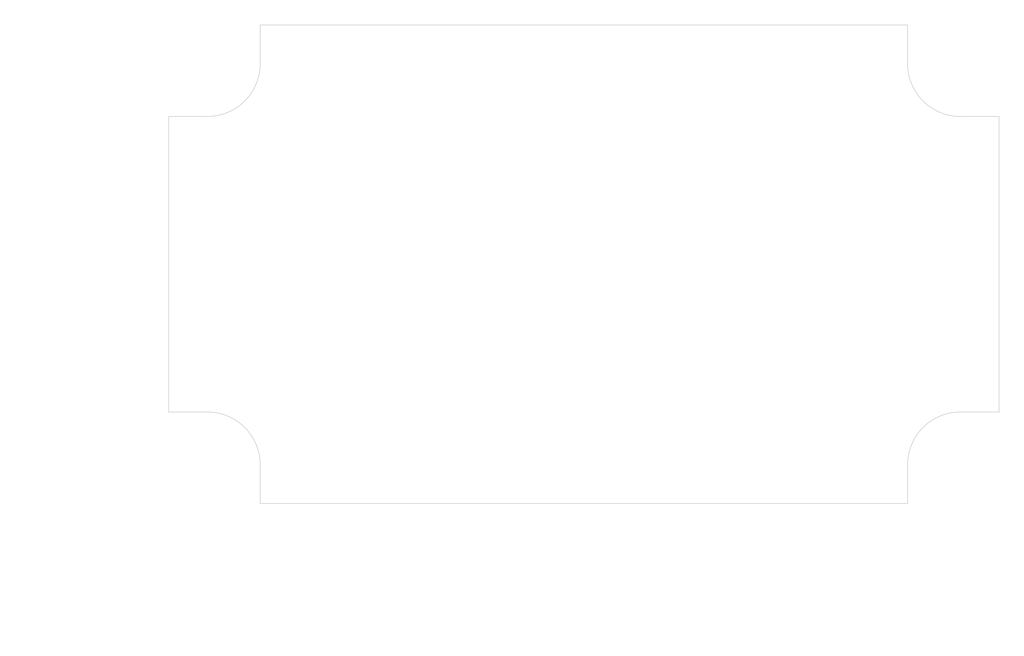
<source format=kicad_pcb>
(kicad_pcb (version 4) (host pcbnew 4.0.7-e2-6376~61~ubuntu18.04.1)

  (general
    (links 0)
    (no_connects 0)
    (area 72.026666 57.449999 217.550001 151.210001)
    (thickness 1.6)
    (drawings 48)
    (tracks 0)
    (zones 0)
    (modules 0)
    (nets 1)
  )

  (page A4)
  (layers
    (0 F.Cu signal)
    (1 In1.Cu signal)
    (2 In2.Cu signal)
    (31 B.Cu signal)
    (33 F.Adhes user)
    (35 F.Paste user)
    (37 F.SilkS user)
    (39 F.Mask user)
    (40 Dwgs.User user)
    (41 Cmts.User user)
    (42 Eco1.User user)
    (43 Eco2.User user)
    (44 Edge.Cuts user)
    (45 Margin user)
    (47 F.CrtYd user)
    (49 F.Fab user)
  )

  (setup
    (last_trace_width 0.25)
    (trace_clearance 0.2)
    (zone_clearance 0.508)
    (zone_45_only yes)
    (trace_min 0.2)
    (segment_width 0.2)
    (edge_width 0.1)
    (via_size 0.6)
    (via_drill 0.4)
    (via_min_size 0.4)
    (via_min_drill 0.3)
    (uvia_size 0.3)
    (uvia_drill 0.1)
    (uvias_allowed no)
    (uvia_min_size 0.2)
    (uvia_min_drill 0.1)
    (pcb_text_width 0.3)
    (pcb_text_size 1.5 1.5)
    (mod_edge_width 0.15)
    (mod_text_size 1 1)
    (mod_text_width 0.15)
    (pad_size 1.524 1.524)
    (pad_drill 0.762)
    (pad_to_mask_clearance 0.2)
    (aux_axis_origin 0 0)
    (visible_elements FFFFFF7F)
    (pcbplotparams
      (layerselection 0x00030_80000001)
      (usegerberextensions false)
      (excludeedgelayer true)
      (linewidth 0.100000)
      (plotframeref false)
      (viasonmask false)
      (mode 1)
      (useauxorigin false)
      (hpglpennumber 1)
      (hpglpenspeed 20)
      (hpglpendiameter 15)
      (hpglpenoverlay 2)
      (psnegative false)
      (psa4output false)
      (plotreference true)
      (plotvalue true)
      (plotinvisibletext false)
      (padsonsilk false)
      (subtractmaskfromsilk false)
      (outputformat 1)
      (mirror false)
      (drillshape 1)
      (scaleselection 1)
      (outputdirectory ""))
  )

  (net 0 "")

  (net_class Default "This is the default net class."
    (clearance 0.2)
    (trace_width 0.25)
    (via_dia 0.6)
    (via_drill 0.4)
    (uvia_dia 0.3)
    (uvia_drill 0.1)
  )

  (dimension 3 (width 0.12) (layer Dwgs.User) (tstamp 5B04B99E)
    (gr_text "3.000 mm" (at 110 90.91) (layer Dwgs.User) (tstamp 5B04B99F)
      (effects (font (size 0.7 0.55) (thickness 0.12)))
    )
    (feature1 (pts (xy 111.5 95) (xy 111.5 90.32)))
    (feature2 (pts (xy 108.5 95) (xy 108.5 90.32)))
    (crossbar (pts (xy 108.5 91.5) (xy 111.5 91.5)))
    (arrow1a (pts (xy 111.5 91.5) (xy 110.373496 92.086421)))
    (arrow1b (pts (xy 111.5 91.5) (xy 110.373496 90.913579)))
    (arrow2a (pts (xy 108.5 91.5) (xy 109.626504 92.086421)))
    (arrow2b (pts (xy 108.5 91.5) (xy 109.626504 90.913579)))
  )
  (gr_line (start 96 70) (end 96 57.5) (layer Dwgs.User) (width 0.1) (tstamp 5B04B94A))
  (gr_line (start 214 70) (end 214 57.5) (layer Dwgs.User) (width 0.1) (tstamp 5B04B93F))
  (gr_line (start 205 61) (end 217.5 61) (layer Dwgs.User) (width 0.1) (tstamp 5B04B931))
  (gr_line (start 205 129) (end 217.5 129) (layer Dwgs.User) (width 0.1) (tstamp 5B04B92C))
  (gr_line (start 214 132.5) (end 214 120) (layer Dwgs.User) (width 0.1) (tstamp 5B04B8FC))
  (gr_arc (start 208.5 66.5) (end 208.5 74) (angle 90) (layer Edge.Cuts) (width 0.1))
  (gr_arc (start 208.5 123.5) (end 201 123.5) (angle 90) (layer Edge.Cuts) (width 0.1))
  (gr_arc (start 101.5 123.5) (end 101.5 116) (angle 90) (layer Edge.Cuts) (width 0.1))
  (gr_arc (start 101.5 66.5) (end 109 66.5) (angle 90) (layer Edge.Cuts) (width 0.1))
  (gr_circle (center 117.5 115) (end 117.5 113.5) (layer Dwgs.User) (width 0.1) (tstamp 5B04B65D))
  (gr_circle (center 155 115) (end 155 113.5) (layer Dwgs.User) (width 0.1) (tstamp 5B04B65A))
  (gr_circle (center 192.5 115) (end 192.5 113.5) (layer Dwgs.User) (width 0.1) (tstamp 5B04B651))
  (gr_circle (center 200 95) (end 200 93.5) (layer Dwgs.User) (width 0.1) (tstamp 5B04B649))
  (gr_circle (center 192.5 75) (end 192.5 73.5) (layer Dwgs.User) (width 0.1) (tstamp 5B04B640))
  (gr_circle (center 155 75) (end 155 73.5) (layer Dwgs.User) (width 0.1) (tstamp 5B04B638))
  (gr_circle (center 117.5 75) (end 117.5 73.5) (layer Dwgs.User) (width 0.1) (tstamp 5B04B62E))
  (gr_circle (center 110 95) (end 110 93.5) (layer Dwgs.User) (width 0.1))
  (dimension 92 (width 0.12) (layer Dwgs.User) (tstamp 5B04B4EA)
    (gr_text "92.000 mm" (at 155 145.570525) (layer Dwgs.User) (tstamp 5B04B4EB)
      (effects (font (size 0.7 0.55) (thickness 0.12)))
    )
    (feature1 (pts (xy 109 135) (xy 109 146.160525)))
    (feature2 (pts (xy 201 135) (xy 201 146.160525)))
    (crossbar (pts (xy 201 144.980525) (xy 109 144.980525)))
    (arrow1a (pts (xy 109 144.980525) (xy 110.126504 144.394104)))
    (arrow1b (pts (xy 109 144.980525) (xy 110.126504 145.566946)))
    (arrow2a (pts (xy 201 144.980525) (xy 199.873496 144.394104)))
    (arrow2b (pts (xy 201 144.980525) (xy 199.873496 145.566946)))
  )
  (gr_line (start 92.5 115) (end 217.5 115) (layer Dwgs.User) (width 0.1) (tstamp 5B04B477))
  (gr_line (start 92.5 75) (end 217.5 75) (layer Dwgs.User) (width 0.1) (tstamp 5B04B473))
  (gr_line (start 192.5 132.5) (end 192.5 57.5) (layer Dwgs.User) (width 0.1) (tstamp 5B04B42F))
  (gr_line (start 117.5 132.5) (end 117.5 57.5) (layer Dwgs.User) (width 0.1) (tstamp 5B04B427))
  (dimension 75 (width 0.12) (layer Dwgs.User) (tstamp 5B04B3C3)
    (gr_text "75.000 mm" (at 155 140.59) (layer Dwgs.User) (tstamp 5B04B3C4)
      (effects (font (size 0.7 0.55) (thickness 0.12)))
    )
    (feature1 (pts (xy 117.5 135) (xy 117.5 141.18)))
    (feature2 (pts (xy 192.5 135) (xy 192.5 141.18)))
    (crossbar (pts (xy 192.5 140) (xy 117.5 140)))
    (arrow1a (pts (xy 117.5 140) (xy 118.626504 139.413579)))
    (arrow1b (pts (xy 117.5 140) (xy 118.626504 140.586421)))
    (arrow2a (pts (xy 192.5 140) (xy 191.373496 139.413579)))
    (arrow2b (pts (xy 192.5 140) (xy 191.373496 140.586421)))
  )
  (gr_line (start 201 123.5) (end 201 129) (layer Edge.Cuts) (width 0.1))
  (gr_line (start 214 116) (end 208.5 116) (layer Edge.Cuts) (width 0.1))
  (gr_line (start 214 74) (end 214 116) (layer Edge.Cuts) (width 0.1))
  (gr_line (start 208.5 74) (end 214 74) (layer Edge.Cuts) (width 0.1))
  (gr_line (start 201 61) (end 201 66.5) (layer Edge.Cuts) (width 0.1))
  (gr_line (start 109 61) (end 201 61) (layer Edge.Cuts) (width 0.1))
  (gr_line (start 109 66.5) (end 109 61) (layer Edge.Cuts) (width 0.1))
  (gr_line (start 96 74) (end 101.5 74) (layer Edge.Cuts) (width 0.1))
  (gr_line (start 96 116) (end 96 74) (layer Edge.Cuts) (width 0.1))
  (gr_line (start 101.5 116) (end 96 116) (layer Edge.Cuts) (width 0.1))
  (gr_line (start 109 129) (end 109 123.5) (layer Edge.Cuts) (width 0.1))
  (gr_line (start 92.5 61) (end 105 61) (layer Dwgs.User) (width 0.1) (tstamp 5B04AEDE))
  (gr_line (start 92.5 129) (end 105 129) (layer Dwgs.User) (width 0.1) (tstamp 5B04AED9))
  (gr_line (start 96 132.5) (end 96 120) (layer Dwgs.User) (width 0.1) (tstamp 5B04AEC9))
  (gr_line (start 200 132.5) (end 200 57.5) (layer Dwgs.User) (width 0.1) (tstamp 5B04AEB1))
  (gr_line (start 155 132.5) (end 155 57.5) (layer Dwgs.User) (width 0.1) (tstamp 5B04AEAA))
  (gr_line (start 110 132.5) (end 110 57.5) (layer Dwgs.User) (width 0.1) (tstamp 5B04AE88))
  (dimension 42 (width 0.12) (layer Dwgs.User) (tstamp 5B04AE2F)
    (gr_text "42.000 mm" (at 76.91 95 90) (layer Dwgs.User) (tstamp 5B04AE30)
      (effects (font (size 0.7 0.55) (thickness 0.12)))
    )
    (feature1 (pts (xy 90 74) (xy 76.32 74)))
    (feature2 (pts (xy 90 116) (xy 76.32 116)))
    (crossbar (pts (xy 77.5 116) (xy 77.5 74)))
    (arrow1a (pts (xy 77.5 74) (xy 78.086421 75.126504)))
    (arrow1b (pts (xy 77.5 74) (xy 76.913579 75.126504)))
    (arrow2a (pts (xy 77.5 116) (xy 78.086421 114.873496)))
    (arrow2b (pts (xy 77.5 116) (xy 76.913579 114.873496)))
  )
  (dimension 40 (width 0.12) (layer Dwgs.User) (tstamp 5B04ADF2)
    (gr_text "40.000 mm" (at 79.41 95 90) (layer Dwgs.User) (tstamp 5B04ADF3)
      (effects (font (size 0.7 0.55) (thickness 0.12)))
    )
    (feature1 (pts (xy 90 75) (xy 78.82 75)))
    (feature2 (pts (xy 90 115) (xy 78.82 115)))
    (crossbar (pts (xy 80 115) (xy 80 75)))
    (arrow1a (pts (xy 80 75) (xy 80.586421 76.126504)))
    (arrow1b (pts (xy 80 75) (xy 79.413579 76.126504)))
    (arrow2a (pts (xy 80 115) (xy 80.586421 113.873496)))
    (arrow2b (pts (xy 80 115) (xy 79.413579 113.873496)))
  )
  (gr_line (start 92.5 95) (end 217.5 95) (layer Dwgs.User) (width 0.1))
  (dimension 68 (width 0.12) (layer Dwgs.User) (tstamp 5B04AD73)
    (gr_text "68.000 mm" (at 74.41 95 90) (layer Dwgs.User) (tstamp 5B04AD74)
      (effects (font (size 0.7 0.55) (thickness 0.12)))
    )
    (feature1 (pts (xy 90 61) (xy 73.82 61)))
    (feature2 (pts (xy 90 129) (xy 73.82 129)))
    (crossbar (pts (xy 75 129) (xy 75 61)))
    (arrow1a (pts (xy 75 61) (xy 75.586421 62.126504)))
    (arrow1b (pts (xy 75 61) (xy 74.413579 62.126504)))
    (arrow2a (pts (xy 75 129) (xy 75.586421 127.873496)))
    (arrow2b (pts (xy 75 129) (xy 74.413579 127.873496)))
  )
  (dimension 90 (width 0.12) (layer Dwgs.User) (tstamp 5B04ACD6)
    (gr_text "90.000 mm" (at 155 143.09) (layer Dwgs.User) (tstamp 5B04ACD7)
      (effects (font (size 0.7 0.55) (thickness 0.12)))
    )
    (feature1 (pts (xy 110 135) (xy 110 143.68)))
    (feature2 (pts (xy 200 135) (xy 200 143.68)))
    (crossbar (pts (xy 200 142.5) (xy 110 142.5)))
    (arrow1a (pts (xy 110 142.5) (xy 111.126504 141.913579)))
    (arrow1b (pts (xy 110 142.5) (xy 111.126504 143.086421)))
    (arrow2a (pts (xy 200 142.5) (xy 198.873496 141.913579)))
    (arrow2b (pts (xy 200 142.5) (xy 198.873496 143.086421)))
  )
  (dimension 118 (width 0.12) (layer Dwgs.User) (tstamp 5B04AC75)
    (gr_text "118.000 mm" (at 155 150.59) (layer Dwgs.User) (tstamp 5B04AC76)
      (effects (font (size 0.7 0.55) (thickness 0.12)))
    )
    (feature1 (pts (xy 96 135) (xy 96 151.18)))
    (feature2 (pts (xy 214 135) (xy 214 151.18)))
    (crossbar (pts (xy 214 150) (xy 96 150)))
    (arrow1a (pts (xy 96 150) (xy 97.126504 149.413579)))
    (arrow1b (pts (xy 96 150) (xy 97.126504 150.586421)))
    (arrow2a (pts (xy 214 150) (xy 212.873496 149.413579)))
    (arrow2b (pts (xy 214 150) (xy 212.873496 150.586421)))
  )
  (gr_line (start 109 129) (end 201 129) (layer Edge.Cuts) (width 0.1))

)

</source>
